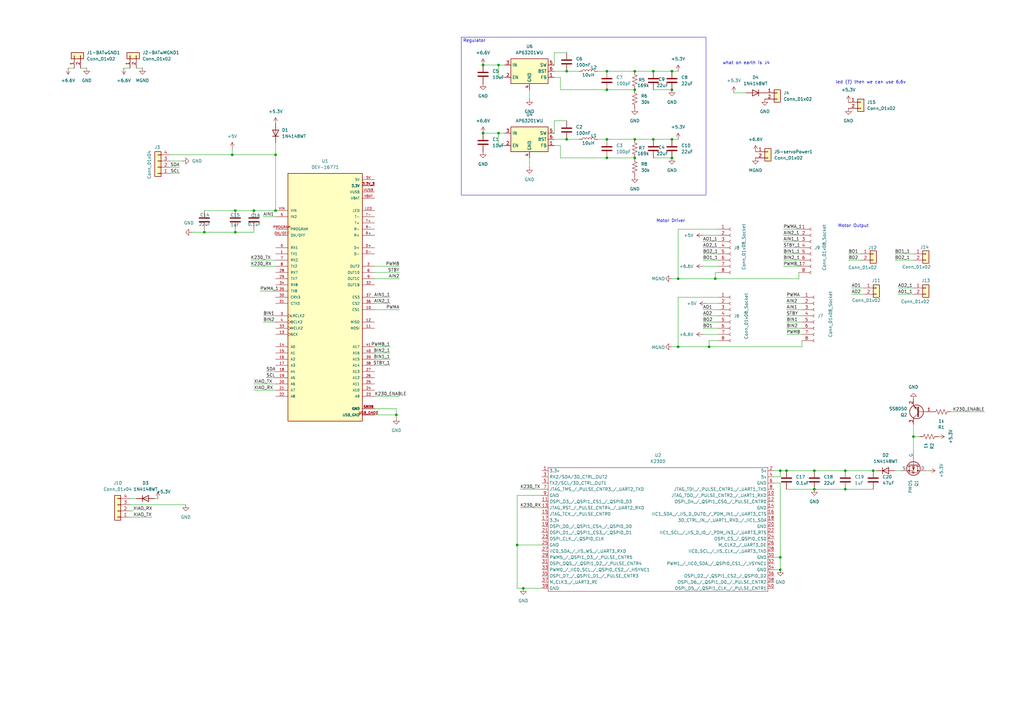
<source format=kicad_sch>
(kicad_sch (version 20250114) (generator "eeschema") (generator_version "9.0")
  (paper "A3")
  (lib_symbols
    (symbol "Connector:Conn_01x08_Socket" (pin_names (offset 1.016) (hide yes))
      (property "Reference" "J" (at 0 10.16 0))
      (property "Value" "Conn_01x08_Socket" (at 0 -12.7 0))
      (symbol "Conn_01x08_Socket_1_1"
        (pin passive line (at -5.08 7.62 0) (length 3.81) (name "Pin_1") (number "1"))
        (pin passive line (at -5.08 5.08 0) (length 3.81) (name "Pin_2") (number "2"))
        (pin passive line (at -5.08 2.54 0) (length 3.81) (name "Pin_3") (number "3"))
        (pin passive line (at -5.08 0 0) (length 3.81) (name "Pin_4") (number "4"))
        (pin passive line (at -5.08 -2.54 0) (length 3.81) (name "Pin_5") (number "5"))
        (pin passive line (at -5.08 -5.08 0) (length 3.81) (name "Pin_6") (number "6"))
        (pin passive line (at -5.08 -7.62 0) (length 3.81) (name "Pin_7") (number "7"))
        (pin passive line (at -5.08 -10.16 0) (length 3.81) (name "Pin_8") (number "8"))
      )
    )
    (symbol "Connector_Generic:Conn_01x02" (pin_names (offset 1.016) (hide yes))
      (property "Reference" "J" (at 0 2.54 0))
      (property "Value" "Conn_01x02" (at 0 -5.08 0))
      (symbol "Conn_01x02_1_1"
        (pin passive line (at -5.08 0 0) (length 3.81) (name "Pin_1") (number "1"))
        (pin passive line (at -5.08 -2.54 0) (length 3.81) (name "Pin_2") (number "2"))
      )
    )
    (symbol "Connector_Generic:Conn_01x04" (pin_names (offset 1.016) (hide yes))
      (property "Reference" "J" (at 0 5.08 0))
      (property "Value" "Conn_01x04" (at 0 -7.62 0))
      (symbol "Conn_01x04_1_1"
        (pin passive line (at -5.08 2.54 0) (length 3.81) (name "Pin_1") (number "1"))
        (pin passive line (at -5.08 0 0) (length 3.81) (name "Pin_2") (number "2"))
        (pin passive line (at -5.08 -2.54 0) (length 3.81) (name "Pin_3") (number "3"))
        (pin passive line (at -5.08 -5.08 0) (length 3.81) (name "Pin_4") (number "4"))
      )
    )
    (symbol "DEV-16771:DEV-16771" (pin_names (offset 1.016))
      (property "Reference" "U" (at -15.24 52.07 0))
      (property "Value" "DEV-16771" (at -15.24 -53.34 0))
      (symbol "DEV-16771_0_0"
        (pin input line (at -20.32 35.56 0) (length 5.08) (name "VIN") (number "VIN"))
        (pin bidirectional line (at -20.32 33.02 0) (length 5.08) (name "IN2") (number "5"))
        (pin bidirectional line (at -20.32 27.94 0) (length 5.08) (name "PROGRAM") (number "PROGRAM"))
        (pin bidirectional line (at -20.32 25.4 0) (length 5.08) (name "ON/OFF") (number "ON/OFF"))
        (pin bidirectional line (at -20.32 20.32 0) (length 5.08) (name "RX1") (number "0"))
        (pin bidirectional line (at -20.32 17.78 0) (length 5.08) (name "TX1") (number "1"))
        (pin bidirectional line (at -20.32 15.24 0) (length 5.08) (name "RX2") (number "7"))
        (pin bidirectional line (at -20.32 12.7 0) (length 5.08) (name "TX2") (number "8"))
        (pin bidirectional line (at -20.32 10.16 0) (length 5.08) (name "RX7") (number "28"))
        (pin bidirectional line (at -20.32 7.62 0) (length 5.08) (name "TX7") (number "29"))
        (pin bidirectional line (at -20.32 5.08 0) (length 5.08) (name "RX8") (number "34"))
        (pin bidirectional line (at -20.32 2.54 0) (length 5.08) (name "TX8") (number "35"))
        (pin bidirectional line (at -20.32 0 0) (length 5.08) (name "CRX3") (number "30"))
        (pin bidirectional line (at -20.32 -2.54 0) (length 5.08) (name "CTX3") (number "31"))
        (pin bidirectional clock (at -20.32 -7.62 0) (length 5.08) (name "LRCLK2") (number "3"))
        (pin bidirectional clock (at -20.32 -10.16 0) (length 5.08) (name "BCLK2") (number "4"))
        (pin bidirectional clock (at -20.32 -12.7 0) (length 5.08) (name "MCLK2") (number "33"))
        (pin bidirectional clock (at -20.32 -15.24 0) (length 5.08) (name "SCK") (number "13"))
        (pin bidirectional line (at -20.32 -20.32 0) (length 5.08) (name "A0") (number "14"))
        (pin bidirectional line (at -20.32 -22.86 0) (length 5.08) (name "A1") (number "15"))
        (pin bidirectional line (at -20.32 -25.4 0) (length 5.08) (name "A2") (number "16"))
        (pin bidirectional line (at -20.32 -27.94 0) (length 5.08) (name "A3") (number "17"))
        (pin bidirectional line (at -20.32 -30.48 0) (length 5.08) (name "A4") (number "18"))
        (pin bidirectional line (at -20.32 -33.02 0) (length 5.08) (name "A5") (number "19"))
        (pin bidirectional line (at -20.32 -35.56 0) (length 5.08) (name "A6") (number "20"))
        (pin bidirectional line (at -20.32 -38.1 0) (length 5.08) (name "A7") (number "21"))
        (pin bidirectional line (at -20.32 -40.64 0) (length 5.08) (name "A8") (number "22"))
        (pin power_in line (at 20.32 48.26 180) (length 5.08) (name "5V") (number "5V"))
        (pin power_in line (at 20.32 45.72 180) (length 5.08) (name "3.3V") (number "3.3V_1"))
        (pin power_in line (at 20.32 45.72 180) (length 5.08) (name "3.3V") (number "3.3V_2"))
        (pin power_in line (at 20.32 45.72 180) (length 5.08) (name "3.3V") (number "3.3V_3"))
        (pin passive line (at 20.32 43.18 180) (length 5.08) (name "VUSB") (number "VUSB"))
        (pin passive line (at 20.32 40.64 180) (length 5.08) (name "VBAT") (number "VBAT"))
        (pin bidirectional line (at 20.32 35.56 180) (length 5.08) (name "LED") (number "LED"))
        (pin bidirectional line (at 20.32 33.02 180) (length 5.08) (name "T-") (number "T-"))
        (pin bidirectional line (at 20.32 30.48 180) (length 5.08) (name "T+") (number "T+"))
        (pin bidirectional line (at 20.32 27.94 180) (length 5.08) (name "R-") (number "R-"))
        (pin bidirectional line (at 20.32 25.4 180) (length 5.08) (name "R+") (number "R+"))
        (pin bidirectional line (at 20.32 20.32 180) (length 5.08) (name "D+") (number "D+"))
        (pin bidirectional line (at 20.32 17.78 180) (length 5.08) (name "D-") (number "D-"))
        (pin output line (at 20.32 12.7 180) (length 5.08) (name "OUT2") (number "2"))
        (pin output line (at 20.32 10.16 180) (length 5.08) (name "OUT1D") (number "6"))
        (pin output line (at 20.32 7.62 180) (length 5.08) (name "OUT1C") (number "9"))
        (pin output line (at 20.32 5.08 180) (length 5.08) (name "OUT1B") (number "32"))
        (pin bidirectional line (at 20.32 0 180) (length 5.08) (name "CS3") (number "37"))
        (pin bidirectional line (at 20.32 -2.54 180) (length 5.08) (name "CS2") (number "36"))
        (pin bidirectional line (at 20.32 -5.08 180) (length 5.08) (name "CS1") (number "10"))
        (pin bidirectional line (at 20.32 -10.16 180) (length 5.08) (name "MISO") (number "12"))
        (pin bidirectional line (at 20.32 -12.7 180) (length 5.08) (name "MOSI") (number "11"))
        (pin bidirectional line (at 20.32 -20.32 180) (length 5.08) (name "A17") (number "41"))
        (pin bidirectional line (at 20.32 -22.86 180) (length 5.08) (name "A16") (number "40"))
        (pin bidirectional line (at 20.32 -25.4 180) (length 5.08) (name "A15") (number "39"))
        (pin bidirectional line (at 20.32 -27.94 180) (length 5.08) (name "A14") (number "38"))
        (pin bidirectional line (at 20.32 -30.48 180) (length 5.08) (name "A13") (number "27"))
        (pin bidirectional line (at 20.32 -33.02 180) (length 5.08) (name "A12") (number "26"))
        (pin bidirectional line (at 20.32 -35.56 180) (length 5.08) (name "A11") (number "25"))
        (pin bidirectional line (at 20.32 -38.1 180) (length 5.08) (name "A10") (number "24"))
        (pin bidirectional line (at 20.32 -40.64 180) (length 5.08) (name "A9") (number "23"))
        (pin power_in line (at 20.32 -45.72 180) (length 5.08) (name "GND") (number "GND1"))
        (pin power_in line (at 20.32 -45.72 180) (length 5.08) (name "GND") (number "GND2"))
        (pin power_in line (at 20.32 -45.72 180) (length 5.08) (name "GND") (number "GND3"))
        (pin power_in line (at 20.32 -45.72 180) (length 5.08) (name "GND") (number "GND4"))
        (pin power_in line (at 20.32 -45.72 180) (length 5.08) (name "GND") (number "GND5"))
        (pin power_in line (at 20.32 -48.26 180) (length 5.08) (name "USB_GND") (number "USB_GND1"))
        (pin power_in line (at 20.32 -48.26 180) (length 5.08) (name "USB_GND") (number "USB_GND2"))
      )
    )
    (symbol "Device:C" (pin_numbers (hide yes)) (pin_names (offset 0.254))
      (property "Reference" "C" (at 0.635 2.54 0))
      (property "Value" "C" (at 0.635 -2.54 0))
      (symbol "C_1_1"
        (pin passive line (at 0 3.81 270) (length 2.794) (name "~") (number "1"))
        (pin passive line (at 0 -3.81 90) (length 2.794) (name "~") (number "2"))
      )
    )
    (symbol "Device:L" (pin_numbers (hide yes)) (pin_names (offset 1.016) (hide yes))
      (property "Reference" "L" (at -1.27 0 90))
      (property "Value" "L" (at 1.905 0 90))
      (symbol "L_1_1"
        (pin passive line (at 0 3.81 270) (length 1.27) (name "1") (number "1"))
        (pin passive line (at 0 -3.81 90) (length 1.27) (name "2") (number "2"))
      )
    )
    (symbol "Device:R_US" (pin_numbers (hide yes)) (pin_names (offset 0))
      (property "Reference" "R" (at 2.54 0 90))
      (property "Value" "R_US" (at -2.54 0 90))
      (symbol "R_US_1_1"
        (pin passive line (at 0 3.81 270) (length 1.27) (name "~") (number "1"))
        (pin passive line (at 0 -3.81 90) (length 1.27) (name "~") (number "2"))
      )
    )
    (symbol "Diode:1N4148WT" (pin_numbers (hide yes)) (pin_names (hide yes))
      (property "Reference" "D" (at 0 2.54 0))
      (property "Value" "1N4148WT" (at 0 -2.54 0))
      (symbol "1N4148WT_1_1"
        (pin passive line (at -3.81 0 0) (length 2.54) (name "K") (number "1"))
        (pin passive line (at 3.81 0 180) (length 2.54) (name "A") (number "2"))
      )
    )
    (symbol "K230D:K230D-Zero"
      (property "Reference" "U" (at 0 0 0))
      (property "Value" "K230D" (at 0 0 0))
      (symbol "K230D-Zero_1_1"
        (pin power_in line (at -1.27 -2.54 0) (length 2.54) (name "3.3v") (number "1"))
        (pin input line (at -1.27 -5.08 0) (length 2.54) (name "RX2/SDA/3D_CTRL_OUT2") (number "3"))
        (pin bidirectional line (at -1.27 -7.62 0) (length 2.54) (name "TX2/SCL/3D_CTRL_OUT1") (number "5"))
        (pin output line (at -1.27 -10.16 0) (length 2.54) (name "JTAG_TMS_/_PULSE_CNTR3_/_UART2_TXD") (number "7"))
        (pin bidirectional line (at -1.27 -12.7 0) (length 2.54) (name "GND") (number "9"))
        (pin bidirectional line (at -1.27 -15.24 0) (length 2.54) (name "OSPI_D3_/_QSPI1_CS1_/_QSPI0_D3") (number "11"))
        (pin bidirectional line (at -1.27 -17.78 0) (length 2.54) (name "JTAG_RST_/_PULSE_CNTR4_/_UART2_RXD") (number "13"))
        (pin bidirectional line (at -1.27 -20.32 0) (length 2.54) (name "JTAG_TCK_/_PULSE_CNTR0") (number "15"))
        (pin bidirectional line (at -1.27 -22.86 0) (length 2.54) (name "3.3v") (number "17"))
        (pin bidirectional line (at -1.27 -25.4 0) (length 2.54) (name "OSPI_D0_/_QSPI1_CS4_/_QSPI0_D0") (number "19"))
        (pin bidirectional line (at -1.27 -27.94 0) (length 2.54) (name "OSPI_D1_/_QSPI1_CS3_/_QSPI0_D1") (number "21"))
        (pin bidirectional line (at -1.27 -30.48 0) (length 2.54) (name "OSPI_CLK_/_QSPI0_CLK") (number "23"))
        (pin bidirectional line (at -1.27 -33.02 0) (length 2.54) (name "GND") (number "25"))
        (pin bidirectional line (at -1.27 -35.56 0) (length 2.54) (name "IIC0_SDA_/_IIS_WS_/_UART3_RXD") (number "27"))
        (pin bidirectional line (at -1.27 -38.1 0) (length 2.54) (name "PWM5_/_QSPI1_D3_/_PULSE_CNTR5") (number "29"))
        (pin bidirectional line (at -1.27 -40.64 0) (length 2.54) (name "OSPI_DQS_/_QSPI1_D2_/_PULSE_CNTR4") (number "31"))
        (pin bidirectional line (at -1.27 -43.18 0) (length 2.54) (name "PWM0_/_IIC0_SCL_/_QSPI0_CS2_/_HSYNC1") (number "33"))
        (pin bidirectional line (at -1.27 -45.72 0) (length 2.54) (name "OSPI_D7_/_QSPI1_D1_/_PULSE_CNTR3") (number "35"))
        (pin bidirectional line (at -1.27 -48.26 0) (length 2.54) (name "M_CLK3_/_UART3_RE	") (number "37"))
        (pin bidirectional line (at -1.27 -50.8 0) (length 2.54) (name "GND") (number "39"))
        (pin power_in line (at 93.98 -2.54 180) (length 2.54) (name "5v") (number "2"))
        (pin bidirectional line (at 93.98 -5.08 180) (length 2.54) (name "5v") (number "4"))
        (pin bidirectional line (at 93.98 -7.62 180) (length 2.54) (name "GND") (number "6"))
        (pin bidirectional line (at 93.98 -10.16 180) (length 2.54) (name "JTAG_TDI_/_PULSE_CNTR1_/_UART1_TXD") (number "8"))
        (pin bidirectional line (at 93.98 -12.7 180) (length 2.54) (name "JTAG_TDO_/_PULSE_CNTR2_/_UART1_RXD") (number "10"))
        (pin bidirectional line (at 93.98 -15.24 180) (length 2.54) (name "OSPI_D4_/_QSPI1_CS0_/_PULSE_CNTR0") (number "12"))
        (pin bidirectional line (at 93.98 -17.78 180) (length 2.54) (name "GND") (number "14"))
        (pin bidirectional line (at 93.98 -20.32 180) (length 2.54) (name "IIC1_SDA_/_IIS_D_OUT0_/_PDM_IN1_/_UART3_CTS") (number "16"))
        (pin bidirectional line (at 93.98 -22.86 180) (length 2.54) (name "3D_CTRL_IN_/_UART1_RXD_/_IIC1_SDA") (number "18"))
        (pin bidirectional line (at 93.98 -25.4 180) (length 2.54) (name "GND") (number "20"))
        (pin bidirectional line (at 93.98 -27.94 180) (length 2.54) (name "IIC1_SCL_/_IIS_D_I0_/_PDM_IN3_/_UART3_RTS") (number "22"))
        (pin bidirectional line (at 93.98 -30.48 180) (length 2.54) (name "OSPI_CS_/_QSPI0_CS0") (number "24"))
        (pin bidirectional line (at 93.98 -33.02 180) (length 2.54) (name "M_CLK2_/_UART3_DE") (number "26"))
        (pin bidirectional line (at 93.98 -35.56 180) (length 2.54) (name "IIC0_SCL_/_IIS_CLK_/_UART3_TXD") (number "28"))
        (pin bidirectional line (at 93.98 -38.1 180) (length 2.54) (name "GND") (number "30"))
        (pin bidirectional line (at 93.98 -40.64 180) (length 2.54) (name "PWM1_/_IIC0_SDA_/_QSPI0_CS1_/_VSYNC1") (number "32"))
        (pin bidirectional line (at 93.98 -43.18 180) (length 2.54) (name "GND") (number "34"))
        (pin bidirectional line (at 93.98 -45.72 180) (length 2.54) (name "OSPI_D2_/_QSPI1_CS2_/_QSPI0_D2") (number "36"))
        (pin bidirectional line (at 93.98 -48.26 180) (length 2.54) (name "OSPI_D6_/_QSPI1_D0_/_PULSE_CNTR2") (number "38"))
        (pin bidirectional line (at 93.98 -50.8 180) (length 2.54) (name "OSPI_D5_/_QSPI1_CLK_/_PULSE_CNTR1") (number "40"))
      )
    )
    (symbol "Regulator_Switching:AP63201WU"
      (property "Reference" "U" (at -7.62 6.35 0))
      (property "Value" "AP63201WU" (at 2.54 6.35 0))
      (symbol "AP63201WU_1_1"
        (pin power_in line (at -10.16 2.54 0) (length 2.54) (name "IN") (number "3"))
        (pin input line (at -10.16 -2.54 0) (length 2.54) (name "EN") (number "2"))
        (pin power_in line (at 0 -7.62 90) (length 2.54) (name "GND") (number "4"))
        (pin output line (at 10.16 2.54 180) (length 2.54) (name "SW") (number "5"))
        (pin passive line (at 10.16 0 180) (length 2.54) (name "BST") (number "6"))
        (pin input line (at 10.16 -2.54 180) (length 2.54) (name "FB") (number "1"))
      )
    )
    (symbol "Simulation_SPICE:PMOS" (pin_numbers (hide yes)) (pin_names (offset 0))
      (property "Reference" "Q" (at 5.08 1.27 0))
      (property "Value" "PMOS" (at 5.08 -1.27 0))
      (symbol "PMOS_1_1"
        (pin input line (at -5.08 0 0) (length 2.54) (name "G") (number "2"))
        (pin passive line (at 2.54 5.08 270) (length 2.54) (name "D") (number "1"))
        (pin passive line (at 2.54 -5.08 90) (length 2.54) (name "S") (number "3"))
      )
    )
    (symbol "Transistor_BJT:SS8050" (pin_names (offset 0) (hide yes))
      (property "Reference" "Q" (at 5.08 1.905 0))
      (property "Value" "SS8050" (at 5.08 0 0))
      (symbol "SS8050_1_1"
        (pin input line (at -5.08 0 0) (length 2.54) (name "B") (number "1"))
        (pin passive line (at 2.54 5.08 270) (length 2.54) (name "C") (number "3"))
        (pin passive line (at 2.54 -5.08 90) (length 2.54) (name "E") (number "2"))
      )
    )
    (symbol "power:+1V0" (power) (pin_numbers (hide yes)) (pin_names (offset 0) (hide yes))
      (property "Value" "+1V0" (at 0 3.556 0))
      (symbol "+1V0_1_1"
        (pin power_in line (at 0 0 90) (length 0) (name "~") (number "1"))
      )
    )
    (symbol "power:GND" (power) (pin_numbers (hide yes)) (pin_names (offset 0) (hide yes))
      (property "Value" "GND" (at 0 -3.81 0))
      (symbol "GND_1_1"
        (pin power_in line (at 0 0 270) (length 0) (name "~") (number "1"))
      )
    )
  )
  (rectangle (start 189.23 15.24) (end 289.56 80.01))
  (text "Regulator" (at 194.564 16.764 0) (effects (font (size 1.27 1.27))))
  (text "led (?) then we can use 6.6v" (at 357.124 33.782 0) (effects (font (size 1.27 1.27))))
  (text "Motor Output" (at 350.012 92.71 0) (effects (font (size 1.27 1.27))))
  (text "what on earth is J4" (at 306.07 25.908 0) (effects (font (size 1.27 1.27))))
  (text "Motor Driver" (at 275.082 90.678 0) (effects (font (size 1.27 1.27))))
  (junction (at 275.59 57.15))
  (junction (at 374.65 179.07))
  (junction (at 293.37 114.3))
  (junction (at 113.03 86.36))
  (junction (at 204.47 54.61))
  (junction (at 290.83 142.24))
  (junction (at 95.25 63.5))
  (junction (at 204.47 26.67))
  (junction (at 278.13 114.3))
  (junction (at 260.35 29.21))
  (junction (at 260.35 64.77))
  (junction (at 334.01 193.04))
  (junction (at 346.71 193.04))
  (junction (at 260.35 36.83))
  (junction (at 232.41 57.15))
  (junction (at 334.01 200.66))
  (junction (at 96.52 95.25))
  (junction (at 104.14 86.36))
  (junction (at 275.59 64.77))
  (junction (at 198.12 26.67))
  (junction (at 275.59 36.83))
  (junction (at 260.35 57.15))
  (junction (at 358.14 193.04))
  (junction (at 214.63 241.3))
  (junction (at 248.92 64.77))
  (junction (at 346.71 200.66))
  (junction (at 267.97 57.15))
  (junction (at 320.04 193.04))
  (junction (at 320.04 233.68))
  (junction (at 162.56 170.18))
  (junction (at 113.03 63.5))
  (junction (at 96.52 86.36))
  (junction (at 83.82 95.25))
  (junction (at 212.09 223.52))
  (junction (at 232.41 29.21))
  (junction (at 248.92 29.21))
  (junction (at 322.58 193.04))
  (junction (at 320.04 228.6))
  (junction (at 275.59 29.21))
  (junction (at 248.92 57.15))
  (junction (at 198.12 54.61))
  (junction (at 278.13 142.24))
  (junction (at 267.97 29.21))
  (junction (at 248.92 36.83))
  (wire (pts (xy 204.47 59.69) (xy 204.47 54.61)))
  (wire (pts (xy 104.14 95.25) (xy 104.14 93.98)))
  (wire (pts (xy 153.67 170.18) (xy 162.56 170.18)))
  (wire (pts (xy 275.59 64.77) (xy 267.97 64.77)))
  (wire (pts (xy 53.34 207.01) (xy 76.2 207.01)))
  (wire (pts (xy 328.93 142.24) (xy 290.83 142.24)))
  (wire (pts (xy 294.64 109.22) (xy 288.29 109.22)))
  (wire (pts (xy 317.5 228.6) (xy 320.04 228.6)))
  (wire (pts (xy 320.04 193.04) (xy 322.58 193.04)))
  (wire (pts (xy 374.65 118.11) (xy 368.3 118.11)))
  (wire (pts (xy 322.58 132.08) (xy 328.93 132.08)))
  (wire (pts (xy 278.13 121.92) (xy 278.13 142.24)))
  (wire (pts (xy 204.47 54.61) (xy 198.12 54.61)))
  (wire (pts (xy 227.33 57.15) (xy 232.41 57.15)))
  (wire (pts (xy 227.33 21.59) (xy 232.41 21.59)))
  (wire (pts (xy 153.67 167.64) (xy 162.56 167.64)))
  (wire (pts (xy 69.85 63.5) (xy 95.25 63.5)))
  (wire (pts (xy 217.17 40.64) (xy 217.17 36.83)))
  (wire (pts (xy 106.68 119.38) (xy 113.03 119.38)))
  (wire (pts (xy 403.86 168.91) (xy 389.89 168.91)))
  (wire (pts (xy 288.29 106.68) (xy 294.64 106.68)))
  (wire (pts (xy 306.07 38.1) (xy 300.99 38.1)))
  (wire (pts (xy 374.65 120.65) (xy 368.3 120.65)))
  (wire (pts (xy 96.52 95.25) (xy 104.14 95.25)))
  (wire (pts (xy 102.87 109.22) (xy 113.03 109.22)))
  (wire (pts (xy 260.35 57.15) (xy 248.92 57.15)))
  (wire (pts (xy 237.49 57.15) (xy 232.41 57.15)))
  (wire (pts (xy 227.33 54.61) (xy 227.33 49.53)))
  (wire (pts (xy 294.64 96.52) (xy 288.29 96.52)))
  (wire (pts (xy 102.87 106.68) (xy 113.03 106.68)))
  (wire (pts (xy 207.01 59.69) (xy 204.47 59.69)))
  (wire (pts (xy 153.67 109.22) (xy 163.83 109.22)))
  (wire (pts (xy 104.14 86.36) (xy 113.03 86.36)))
  (wire (pts (xy 95.25 63.5) (xy 113.03 63.5)))
  (wire (pts (xy 153.67 111.76) (xy 163.83 111.76)))
  (wire (pts (xy 288.29 104.14) (xy 294.64 104.14)))
  (wire (pts (xy 275.59 114.3) (xy 278.13 114.3)))
  (wire (pts (xy 294.64 139.7) (xy 290.83 139.7)))
  (wire (pts (xy 321.31 104.14) (xy 327.66 104.14)))
  (wire (pts (xy 260.35 29.21) (xy 248.92 29.21)))
  (wire (pts (xy 288.29 134.62) (xy 294.64 134.62)))
  (wire (pts (xy 109.22 154.94) (xy 113.03 154.94)))
  (wire (pts (xy 374.65 179.07) (xy 377.19 179.07)))
  (wire (pts (xy 50.8 27.94) (xy 53.34 27.94)))
  (wire (pts (xy 278.13 57.15) (xy 275.59 57.15)))
  (wire (pts (xy 346.71 200.66) (xy 358.14 200.66)))
  (wire (pts (xy 353.06 106.68) (xy 347.98 106.68)))
  (wire (pts (xy 162.56 170.18) (xy 162.56 171.45)))
  (wire (pts (xy 321.31 99.06) (xy 327.66 99.06)))
  (wire (pts (xy 322.58 137.16) (xy 328.93 137.16)))
  (wire (pts (xy 160.02 144.78) (xy 153.67 144.78)))
  (wire (pts (xy 83.82 95.25) (xy 96.52 95.25)))
  (wire (pts (xy 227.33 49.53) (xy 232.41 49.53)))
  (wire (pts (xy 35.56 27.94) (xy 33.02 27.94)))
  (wire (pts (xy 58.42 27.94) (xy 55.88 27.94)))
  (wire (pts (xy 278.13 142.24) (xy 290.83 142.24)))
  (wire (pts (xy 160.02 124.46) (xy 153.67 124.46)))
  (wire (pts (xy 248.92 36.83) (xy 229.87 36.83)))
  (wire (pts (xy 160.02 147.32) (xy 153.67 147.32)))
  (wire (pts (xy 347.98 104.14) (xy 353.06 104.14)))
  (wire (pts (xy 260.35 64.77) (xy 248.92 64.77)))
  (wire (pts (xy 107.95 132.08) (xy 113.03 132.08)))
  (wire (pts (xy 322.58 200.66) (xy 334.01 200.66)))
  (wire (pts (xy 320.04 198.12) (xy 320.04 228.6)))
  (wire (pts (xy 104.14 160.02) (xy 113.03 160.02)))
  (wire (pts (xy 288.29 127) (xy 294.64 127)))
  (wire (pts (xy 69.85 71.12) (xy 73.66 71.12)))
  (wire (pts (xy 204.47 31.75) (xy 204.47 26.67)))
  (wire (pts (xy 294.64 124.46) (xy 289.56 124.46)))
  (wire (pts (xy 222.25 203.2) (xy 212.09 203.2)))
  (wire (pts (xy 275.59 142.24) (xy 278.13 142.24)))
  (wire (pts (xy 278.13 93.98) (xy 294.64 93.98)))
  (wire (pts (xy 64.77 204.47) (xy 63.5 204.47)))
  (wire (pts (xy 334.01 200.66) (xy 346.71 200.66)))
  (wire (pts (xy 317.5 198.12) (xy 320.04 198.12)))
  (wire (pts (xy 96.52 95.25) (xy 96.52 93.98)))
  (wire (pts (xy 55.88 204.47) (xy 53.34 204.47)))
  (wire (pts (xy 83.82 86.36) (xy 96.52 86.36)))
  (wire (pts (xy 229.87 36.83) (xy 229.87 31.75)))
  (wire (pts (xy 278.13 29.21) (xy 275.59 29.21)))
  (wire (pts (xy 160.02 149.86) (xy 153.67 149.86)))
  (wire (pts (xy 69.85 66.04) (xy 74.93 66.04)))
  (wire (pts (xy 328.93 139.7) (xy 328.93 142.24)))
  (wire (pts (xy 374.65 106.68) (xy 367.03 106.68)))
  (wire (pts (xy 213.36 200.66) (xy 222.25 200.66)))
  (wire (pts (xy 107.95 88.9) (xy 113.03 88.9)))
  (wire (pts (xy 334.01 193.04) (xy 346.71 193.04)))
  (wire (pts (xy 153.67 162.56) (xy 163.83 162.56)))
  (wire (pts (xy 321.31 106.68) (xy 327.66 106.68)))
  (wire (pts (xy 267.97 57.15) (xy 260.35 57.15)))
  (wire (pts (xy 320.04 233.68) (xy 317.5 233.68)))
  (wire (pts (xy 321.31 101.6) (xy 327.66 101.6)))
  (wire (pts (xy 322.58 129.54) (xy 328.93 129.54)))
  (wire (pts (xy 162.56 167.64) (xy 162.56 170.18)))
  (wire (pts (xy 237.49 29.21) (xy 232.41 29.21)))
  (wire (pts (xy 107.95 129.54) (xy 113.03 129.54)))
  (wire (pts (xy 245.11 29.21) (xy 248.92 29.21)))
  (wire (pts (xy 374.65 179.07) (xy 374.65 185.42)))
  (wire (pts (xy 153.67 127) (xy 163.83 127)))
  (wire (pts (xy 367.03 193.04) (xy 369.57 193.04)))
  (wire (pts (xy 288.29 101.6) (xy 294.64 101.6)))
  (wire (pts (xy 153.67 114.3) (xy 163.83 114.3)))
  (wire (pts (xy 322.58 193.04) (xy 334.01 193.04)))
  (wire (pts (xy 213.36 208.28) (xy 222.25 208.28)))
  (wire (pts (xy 217.17 68.58) (xy 217.17 64.77)))
  (wire (pts (xy 294.64 137.16) (xy 288.29 137.16)))
  (wire (pts (xy 245.11 57.15) (xy 248.92 57.15)))
  (wire (pts (xy 160.02 121.92) (xy 153.67 121.92)))
  (wire (pts (xy 160.02 142.24) (xy 153.67 142.24)))
  (wire (pts (xy 293.37 111.76) (xy 293.37 114.3)))
  (wire (pts (xy 227.33 29.21) (xy 232.41 29.21)))
  (wire (pts (xy 222.25 223.52) (xy 212.09 223.52)))
  (wire (pts (xy 227.33 26.67) (xy 227.33 21.59)))
  (wire (pts (xy 229.87 64.77) (xy 229.87 59.69)))
  (wire (pts (xy 374.65 173.99) (xy 374.65 179.07)))
  (wire (pts (xy 62.23 212.09) (xy 53.34 212.09)))
  (wire (pts (xy 53.34 209.55) (xy 54.61 209.55)))
  (wire (pts (xy 293.37 114.3) (xy 327.66 114.3)))
  (wire (pts (xy 346.71 193.04) (xy 358.14 193.04)))
  (wire (pts (xy 321.31 109.22) (xy 327.66 109.22)))
  (wire (pts (xy 278.13 114.3) (xy 293.37 114.3)))
  (wire (pts (xy 354.33 118.11) (xy 349.25 118.11)))
  (wire (pts (xy 327.66 111.76) (xy 327.66 114.3)))
  (wire (pts (xy 322.58 134.62) (xy 328.93 134.62)))
  (wire (pts (xy 83.82 95.25) (xy 83.82 93.98)))
  (wire (pts (xy 290.83 142.24) (xy 290.83 139.7)))
  (wire (pts (xy 267.97 29.21) (xy 260.35 29.21)))
  (wire (pts (xy 275.59 36.83) (xy 267.97 36.83)))
  (wire (pts (xy 321.31 96.52) (xy 327.66 96.52)))
  (wire (pts (xy 317.5 195.58) (xy 320.04 195.58)))
  (wire (pts (xy 229.87 31.75) (xy 227.33 31.75)))
  (wire (pts (xy 95.25 60.96) (xy 95.25 63.5)))
  (wire (pts (xy 379.73 193.04) (xy 381 193.04)))
  (wire (pts (xy 212.09 223.52) (xy 212.09 241.3)))
  (wire (pts (xy 293.37 111.76) (xy 294.64 111.76)))
  (wire (pts (xy 248.92 64.77) (xy 229.87 64.77)))
  (wire (pts (xy 288.29 99.06) (xy 294.64 99.06)))
  (wire (pts (xy 278.13 121.92) (xy 294.64 121.92)))
  (wire (pts (xy 322.58 124.46) (xy 328.93 124.46)))
  (wire (pts (xy 27.94 27.94) (xy 30.48 27.94)))
  (wire (pts (xy 320.04 195.58) (xy 320.04 193.04)))
  (wire (pts (xy 229.87 59.69) (xy 227.33 59.69)))
  (wire (pts (xy 354.33 120.65) (xy 349.25 120.65)))
  (wire (pts (xy 207.01 26.67) (xy 204.47 26.67)))
  (wire (pts (xy 113.03 58.42) (xy 113.03 63.5)))
  (wire (pts (xy 322.58 121.92) (xy 328.93 121.92)))
  (wire (pts (xy 322.58 127) (xy 328.93 127)))
  (wire (pts (xy 78.74 95.25) (xy 83.82 95.25)))
  (wire (pts (xy 207.01 54.61) (xy 204.47 54.61)))
  (wire (pts (xy 267.97 29.21) (xy 275.59 29.21)))
  (wire (pts (xy 288.29 129.54) (xy 294.64 129.54)))
  (wire (pts (xy 204.47 26.67) (xy 198.12 26.67)))
  (wire (pts (xy 207.01 31.75) (xy 204.47 31.75)))
  (wire (pts (xy 358.14 193.04) (xy 359.41 193.04)))
  (wire (pts (xy 214.63 241.3) (xy 222.25 241.3)))
  (wire (pts (xy 278.13 93.98) (xy 278.13 114.3)))
  (wire (pts (xy 96.52 86.36) (xy 104.14 86.36)))
  (wire (pts (xy 317.5 193.04) (xy 320.04 193.04)))
  (wire (pts (xy 212.09 241.3) (xy 214.63 241.3)))
  (wire (pts (xy 69.85 68.58) (xy 73.66 68.58)))
  (wire (pts (xy 288.29 132.08) (xy 294.64 132.08)))
  (wire (pts (xy 260.35 36.83) (xy 248.92 36.83)))
  (wire (pts (xy 104.14 157.48) (xy 113.03 157.48)))
  (wire (pts (xy 320.04 228.6) (xy 320.04 233.68)))
  (wire (pts (xy 267.97 57.15) (xy 275.59 57.15)))
  (wire (pts (xy 113.03 63.5) (xy 113.03 86.36)))
  (wire (pts (xy 321.31 93.98) (xy 327.66 93.98)))
  (wire (pts (xy 367.03 104.14) (xy 374.65 104.14)))
  (wire (pts (xy 109.22 152.4) (xy 113.03 152.4)))
  (wire (pts (xy 212.09 203.2) (xy 212.09 223.52)))
  (label "XIAO_TX" (at 62.23 212.09 180))
  (label "PWMA_1" (at 321.31 93.98 0))
  (label "K230_ENABLE" (at 153.67 162.56 0))
  (label "BO2_1" (at 288.29 104.14 0))
  (label "SCL" (at 109.22 154.94 0))
  (label "BO2" (at 288.29 132.08 0))
  (label "PWMA" (at 163.83 127 180))
  (label "AIN1_1" (at 321.31 99.06 0))
  (label "K230_RX" (at 102.87 109.22 0))
  (label "PWMA_1" (at 106.68 119.38 0))
  (label "PWMA" (at 322.58 121.92 0))
  (label "AIN2_1" (at 321.31 96.52 0))
  (label "K230_TX" (at 102.87 106.68 0))
  (label "BO1_1" (at 288.29 106.68 0))
  (label "BO2_1" (at 367.03 106.68 0))
  (label "BO1" (at 347.98 104.14 0))
  (label "BIN2_1" (at 321.31 106.68 0))
  (label "XIAO_RX" (at 54.61 209.55 0))
  (label "AIN2" (at 322.58 124.46 0))
  (label "AO2" (at 349.25 120.65 0))
  (label "AO1_1" (at 288.29 99.06 0))
  (label "AO2_1" (at 288.29 101.6 0))
  (label "AIN1" (at 322.58 127 0))
  (label "SDA" (at 109.22 152.4 0))
  (label "STBY" (at 322.58 129.54 0))
  (label "SDA" (at 73.66 68.58 180))
  (label "XIAO_RX" (at 104.14 160.02 0))
  (label "AIN2" (at 163.83 114.3 180))
  (label "AO2_1" (at 368.3 118.11 0))
  (label "BO2" (at 347.98 106.68 0))
  (label "K230_TX" (at 213.36 200.66 0))
  (label "XIAO_TX" (at 104.14 157.48 0))
  (label "SCL" (at 73.66 71.12 180))
  (label "PWMB_1" (at 160.02 142.24 180))
  (label "BIN2_1" (at 160.02 144.78 180))
  (label "BIN1" (at 107.95 129.54 0))
  (label "BO1" (at 288.29 134.62 0))
  (label "AO1" (at 349.25 118.11 0))
  (label "AO2" (at 288.29 129.54 0))
  (label "BO1_1" (at 367.03 104.14 0))
  (label "BIN1" (at 322.58 132.08 0))
  (label "BIN2" (at 107.95 132.08 0))
  (label "K230_ENABLE" (at 403.86 168.91 180))
  (label "BIN2" (at 322.58 134.62 0))
  (label "AIN1" (at 107.95 88.9 0))
  (label "PWMB" (at 322.58 137.16 0))
  (label "BIN1_1" (at 160.02 147.32 180))
  (label "STBY_1" (at 321.31 101.6 0))
  (label "AIN1_1" (at 160.02 121.92 180))
  (label "PWMB" (at 163.83 109.22 180))
  (label "BIN1_1" (at 321.31 104.14 0))
  (label "AO1" (at 288.29 127 0))
  (label "PWMB_1" (at 321.31 109.22 0))
  (label "STBY_1" (at 160.02 149.86 180))
  (label "AO1_1" (at 368.3 120.65 0))
  (label "STBY" (at 163.83 111.76 180))
  (label "AIN2_1" (at 160.02 124.46 180))
  (label "K230_RX" (at 213.36 208.28 0))
  (symbol (lib_id "Device:C") (at 232.41 25.4 0) (unit 1)
    (property "Reference" "C6" (at 236.22 24.1299 0) (effects (justify left)))
    (property "Value" "100nF" (at 236.22 26.6699 0) (effects (justify left)))
    (property "Footprint" "Capacitor_SMD:C_0603_1608Metric" (effects (hide yes)))
    (property "Description" "Unpolarized capacitor" (effects (hide yes)))
  )
  (symbol (lib_id "Device:L") (at 241.3 29.21 90) (unit 1)
    (property "Reference" "L2" (at 243.586 27.686 90))
    (property "Value" "10uH" (at 241.3 30.734 90))
    (property "Footprint" "Inductor_SMD:L_0603_1608Metric" (effects (hide yes)))
    (property "Description" "Inductor" (effects (hide yes)))
  )
  (symbol (lib_id "power:GND") (at 217.17 40.64 0) (unit 1)
    (property "Reference" "#PWR010" (effects (hide yes)))
    (property "Value" "GND" (at 217.17 45.72 0))
    (property "Description" "Power symbol creates a global label with name \"GND\" , ground" (effects (hide yes)))
  )
  (symbol (lib_id "power:GND") (at 374.65 163.83 180) (unit 1)
    (property "Reference" "#PWR041" (effects (hide yes)))
    (property "Value" "GND" (at 374.65 158.75 0))
    (property "Description" "Power symbol creates a global label with name \"GND\" , ground" (effects (hide yes)))
  )
  (symbol (lib_id "power:+1V0") (at 198.12 26.67 0) (unit 1)
    (property "Reference" "#PWR028" (effects (hide yes)))
    (property "Value" "+6.6V" (at 198.12 21.59 0))
    (property "Description" "Power symbol creates a global label with name \"+1V0\"" (effects (hide yes)))
  )
  (symbol (lib_id "Connector:Conn_01x08_Socket") (at 332.74 101.6 0) (unit 1)
    (property "Reference" "J9" (at 334.01 101.5999 0) (effects (justify left)))
    (property "Value" "Conn_01x08_Socket" (at 338.074 110.998 90) (effects (justify left)))
    (property "Footprint" "Connector_PinHeader_2.54mm:PinHeader_1x08_P2.54mm_Vertical" (effects (hide yes)))
    (property "Description" "Generic connector, single row, 01x08, script generated" (effects (hide yes)))
  )
  (symbol (lib_id "Device:C") (at 83.82 90.17 0) (unit 1)
    (property "Reference" "C14" (at 82.042 88.138 0) (effects (justify left)))
    (property "Value" "22uF" (at 81.534 91.948 0) (effects (justify left)))
    (property "Footprint" "Capacitor_SMD:C_0603_1608Metric" (effects (hide yes)))
    (property "Description" "Unpolarized capacitor" (effects (hide yes)))
  )
  (symbol (lib_id "Connector:Conn_01x08_Socket") (at 334.01 129.54 0) (unit 1)
    (property "Reference" "J7" (at 335.28 129.5399 0) (effects (justify left)))
    (property "Value" "Conn_01x08_Socket" (at 340.614 138.43 90) (effects (justify left)))
    (property "Footprint" "Connector_PinHeader_2.54mm:PinHeader_1x08_P2.54mm_Vertical" (effects (hide yes)))
    (property "Description" "Generic connector, single row, 01x08, script generated" (effects (hide yes)))
  )
  (symbol (lib_id "power:+1V0") (at 289.56 124.46 90) (unit 1)
    (property "Reference" "#PWR032" (effects (hide yes)))
    (property "Value" "+5V" (at 285.75 124.4599 90) (effects (justify left)))
    (property "Description" "Power symbol creates a global label with name \"+1V0\"" (effects (hide yes)))
  )
  (symbol (lib_id "Device:C") (at 198.12 58.42 0) (unit 1)
    (property "Reference" "C1" (at 201.93 57.1499 0) (effects (justify left)))
    (property "Value" "10uF" (at 201.93 59.6899 0) (effects (justify left)))
    (property "Footprint" "Capacitor_SMD:C_0603_1608Metric" (effects (hide yes)))
    (property "Description" "Unpolarized capacitor" (effects (hide yes)))
  )
  (symbol (lib_id "power:+1V0") (at 381 193.04 270) (unit 1)
    (property "Reference" "#PWR013" (effects (hide yes)))
    (property "Value" "+5.3V" (at 386.08 193.04 0))
    (property "Description" "Power symbol creates a global label with name \"+1V0\"" (effects (hide yes)))
  )
  (symbol (lib_id "Device:C") (at 322.58 196.85 0) (unit 1)
    (property "Reference" "C17" (at 326.39 195.5799 0) (effects (justify left)))
    (property "Value" "0.1uF" (at 326.39 198.1199 0) (effects (justify left)))
    (property "Footprint" "Capacitor_SMD:C_0603_1608Metric" (effects (hide yes)))
    (property "Description" "Unpolarized capacitor" (effects (hide yes)))
  )
  (symbol (lib_id "power:+1V0") (at 27.94 27.94 180) (unit 1)
    (property "Reference" "#PWR01" (effects (hide yes)))
    (property "Value" "+6.6V" (at 27.94 33.02 0))
    (property "Description" "Power symbol creates a global label with name \"+1V0\"" (effects (hide yes)))
  )
  (symbol (lib_id "K230D:K230D-Zero") (at 223.52 190.5 0) (unit 1)
    (property "Reference" "U2" (at 269.875 186.69 0))
    (property "Value" "K230D" (at 269.875 189.23 0))
    (property "Footprint" "Connector_PinSocket_2.54mm:PinSocket_2x20_P2.54mm_Vertical_SMD" (effects (hide yes)))
    (property "Datasheet" "https://docs.banana-pi.org/en/BPI-CanMV-K230D/BananaPi_BPI-CanMV-K230D-Zero" (effects (hide yes)))
  )
  (symbol (lib_id "power:+1V0") (at 288.29 137.16 90) (unit 1)
    (property "Reference" "#PWR023" (effects (hide yes)))
    (property "Value" "+6.6V" (at 284.48 137.1599 90) (effects (justify left)))
    (property "Description" "Power symbol creates a global label with name \"+1V0\"" (effects (hide yes)))
  )
  (symbol (lib_id "Connector_Generic:Conn_01x02") (at 358.14 104.14 0) (unit 1)
    (property "Reference" "J12" (at 359.664 101.6 0) (effects (justify right)))
    (property "Value" "Conn_01x02" (at 359.664 109.728 0) (effects (justify right)))
    (property "Footprint" "Connector_TE-Connectivity:TE_440054-2_1x02_P2.00mm_Vertical" (effects (hide yes)))
    (property "Description" "Generic connector, single row, 01x02, script generated (kicad-library-utils/schlib/autogen/connector/)" (effects (hide yes)))
  )
  (symbol (lib_id "Device:R_US") (at 260.35 33.02 0) (unit 1)
    (property "Reference" "R5" (at 261.874 32.766 0) (effects (justify left)))
    (property "Value" "169k" (at 261.366 35.052 0) (effects (justify left)))
    (property "Footprint" "Resistor_SMD:R_0603_1608Metric" (effects (hide yes)))
    (property "Description" "Resistor, US symbol" (effects (hide yes)))
  )
  (symbol (lib_id "Connector:Conn_01x08_Socket") (at 299.72 101.6 0) (unit 1)
    (property "Reference" "J8" (at 300.99 101.5999 0) (effects (justify left)))
    (property "Value" "Conn_01x08_Socket" (at 305.054 110.744 90) (effects (justify left)))
    (property "Footprint" "Connector_PinHeader_2.54mm:PinHeader_1x08_P2.54mm_Vertical" (effects (hide yes)))
    (property "Description" "Generic connector, single row, 01x08, script generated" (effects (hide yes)))
  )
  (symbol (lib_id "Connector_Generic:Conn_01x04") (at 48.26 209.55 180) (unit 1)
    (property "Reference" "J10" (at 48.26 198.12 0))
    (property "Value" "Conn_01x04" (at 48.26 200.66 0))
    (property "Footprint" "Connector_JST:JST_XH_B4B-XH-A_1x04_P2.50mm_Vertical" (effects (hide yes)))
    (property "Description" "Generic connector, single row, 01x04, script generated (kicad-library-utils/schlib/autogen/connector/)" (effects (hide yes)))
  )
  (symbol (lib_id "power:+1V0") (at 278.13 57.15 0) (unit 1)
    (property "Reference" "#PWR031" (effects (hide yes)))
    (property "Value" "+5.3V" (at 278.13 52.07 0))
    (property "Description" "Power symbol creates a global label with name \"+1V0\"" (effects (hide yes)))
  )
  (symbol (lib_id "power:+1V0") (at 113.03 50.8 0) (unit 1)
    (property "Reference" "#PWR012" (effects (hide yes)))
    (property "Value" "+5.3V" (at 113.03 45.72 0))
    (property "Description" "Power symbol creates a global label with name \"+1V0\"" (effects (hide yes)))
  )
  (symbol (lib_id "Connector_Generic:Conn_01x02") (at 30.48 22.86 90) (unit 1)
    (property "Reference" "J1-BATwGND1" (at 35.56 21.5899 90) (effects (justify right)))
    (property "Value" "Conn_01x02" (at 35.56 24.1299 90) (effects (justify right)))
    (property "Footprint" "Connector_TE-Connectivity:TE_440054-2_1x02_P2.00mm_Vertical" (effects (hide yes)))
    (property "Description" "Generic connector, single row, 01x02, script generated (kicad-library-utils/schlib/autogen/connector/)" (effects (hide yes)))
  )
  (symbol (lib_id "Connector_Generic:Conn_01x02") (at 53.34 22.86 90) (unit 1)
    (property "Reference" "J2-BATwMGND1" (at 58.42 21.5899 90) (effects (justify right)))
    (property "Value" "Conn_01x02" (at 58.42 24.1299 90) (effects (justify right)))
    (property "Footprint" "Connector_TE-Connectivity:TE_440054-2_1x02_P2.00mm_Vertical" (effects (hide yes)))
    (property "Description" "Generic connector, single row, 01x02, script generated (kicad-library-utils/schlib/autogen/connector/)" (effects (hide yes)))
  )
  (symbol (lib_id "Connector_Generic:Conn_01x02") (at 379.73 104.14 0) (unit 1)
    (property "Reference" "J14" (at 381 101.346 0) (effects (justify right)))
    (property "Value" "Conn_01x02" (at 381.762 109.474 0) (effects (justify right)))
    (property "Footprint" "Connector_TE-Connectivity:TE_440054-2_1x02_P2.00mm_Vertical" (effects (hide yes)))
    (property "Description" "Generic connector, single row, 01x02, script generated (kicad-library-utils/schlib/autogen/connector/)" (effects (hide yes)))
  )
  (symbol (lib_id "power:GND") (at 162.56 171.45 0) (unit 1)
    (property "Reference" "#PWR017" (effects (hide yes)))
    (property "Value" "GND" (at 162.56 176.53 0))
    (property "Description" "Power symbol creates a global label with name \"GND\" , ground" (effects (hide yes)))
  )
  (symbol (lib_id "power:GND") (at 309.88 64.77 0) (unit 1)
    (property "Reference" "#PWR037" (effects (hide yes)))
    (property "Value" "MGND" (at 309.88 69.85 0))
    (property "Description" "Power symbol creates a global label with name \"GND\" , ground" (effects (hide yes)))
  )
  (symbol (lib_id "power:+1V0") (at 309.88 62.23 0) (unit 1)
    (property "Reference" "#PWR036" (effects (hide yes)))
    (property "Value" "+6.6V" (at 309.88 57.15 0))
    (property "Description" "Power symbol creates a global label with name \"+1V0\"" (effects (hide yes)))
  )
  (symbol (lib_id "Device:C") (at 198.12 30.48 0) (unit 1)
    (property "Reference" "C5" (at 201.93 29.2099 0) (effects (justify left)))
    (property "Value" "10uF" (at 201.93 31.7499 0) (effects (justify left)))
    (property "Footprint" "Capacitor_SMD:C_0603_1608Metric" (effects (hide yes)))
    (property "Description" "Unpolarized capacitor" (effects (hide yes)))
  )
  (symbol (lib_id "power:+1V0") (at 300.99 38.1 0) (unit 1)
    (property "Reference" "#PWR034" (effects (hide yes)))
    (property "Value" "+5.3V" (at 300.99 33.02 0))
    (property "Description" "Power symbol creates a global label with name \"+1V0\"" (effects (hide yes)))
  )
  (symbol (lib_id "Connector_Generic:Conn_01x04") (at 64.77 68.58 180) (unit 1)
    (property "Reference" "J3" (at 64.516 60.452 0))
    (property "Value" "Conn_01x04" (at 61.214 67.564 90))
    (property "Footprint" "Connector_JST:JST_XH_B4B-XH-A_1x04_P2.50mm_Vertical" (effects (hide yes)))
    (property "Description" "Generic connector, single row, 01x04, script generated (kicad-library-utils/schlib/autogen/connector/)" (effects (hide yes)))
  )
  (symbol (lib_id "Diode:1N4148WT") (at 59.69 204.47 0) (unit 1)
    (property "Reference" "D3" (at 59.69 198.12 0))
    (property "Value" "1N4148WT" (at 59.69 200.66 0))
    (property "Footprint" "Diode_SMD:D_SOD-523" (effects (hide yes)))
    (property "Datasheet" "https://www.diodes.com/assets/Datasheets/ds30396.pdf" (effects (hide yes)))
    (property "Description" "75V 0.15A Fast switching Diode, SOD-523" (effects (hide yes)))
    (property "Sim.Device" "D" (effects (hide yes)))
    (property "Sim.Pins" "1=K 2=A" (effects (hide yes)))
  )
  (symbol (lib_id "Connector_Generic:Conn_01x02") (at 359.41 118.11 0) (unit 1)
    (property "Reference" "J11" (at 361.188 115.062 0) (effects (justify right)))
    (property "Value" "Conn_01x02" (at 361.188 123.19 0) (effects (justify right)))
    (property "Footprint" "Connector_TE-Connectivity:TE_440054-2_1x02_P2.00mm_Vertical" (effects (hide yes)))
    (property "Description" "Generic connector, single row, 01x02, script generated (kicad-library-utils/schlib/autogen/connector/)" (effects (hide yes)))
  )
  (symbol (lib_id "Device:R_US") (at 260.35 60.96 0) (unit 1)
    (property "Reference" "R7" (at 261.874 60.706 0) (effects (justify left)))
    (property "Value" "169k" (at 261.366 62.992 0) (effects (justify left)))
    (property "Footprint" "Resistor_SMD:R_0603_1608Metric" (effects (hide yes)))
    (property "Description" "Resistor, US symbol" (effects (hide yes)))
  )
  (symbol (lib_id "Device:R_US") (at 260.35 68.58 0) (unit 1)
    (property "Reference" "R8" (at 262.89 67.3099 0) (effects (justify left)))
    (property "Value" "30k" (at 262.89 69.8499 0) (effects (justify left)))
    (property "Footprint" "Resistor_SMD:R_0603_1608Metric" (effects (hide yes)))
    (property "Description" "Resistor, US symbol" (effects (hide yes)))
  )
  (symbol (lib_id "power:GND") (at 275.59 36.83 0) (unit 1)
    (property "Reference" "#PWR027" (effects (hide yes)))
    (property "Value" "GND" (at 275.59 41.91 0))
    (property "Description" "Power symbol creates a global label with name \"GND\" , ground" (effects (hide yes)))
  )
  (symbol (lib_id "Connector_Generic:Conn_01x02") (at 353.06 41.91 0) (unit 1)
    (property "Reference" "J15" (at 355.6 41.9099 0) (effects (justify left)))
    (property "Value" "Conn_01x02" (at 355.6 44.4499 0) (effects (justify left)))
    (property "Footprint" "Connector_TE-Connectivity:TE_440054-2_1x02_P2.00mm_Vertical" (effects (hide yes)))
    (property "Description" "Generic connector, single row, 01x02, script generated (kicad-library-utils/schlib/autogen/connector/)" (effects (hide yes)))
  )
  (symbol (lib_id "Device:C") (at 232.41 53.34 0) (unit 1)
    (property "Reference" "C2" (at 236.22 52.0699 0) (effects (justify left)))
    (property "Value" "100nF" (at 236.22 54.6099 0) (effects (justify left)))
    (property "Footprint" "Capacitor_SMD:C_0603_1608Metric" (effects (hide yes)))
    (property "Description" "Unpolarized capacitor" (effects (hide yes)))
  )
  (symbol (lib_id "Connector_Generic:Conn_01x02") (at 318.77 38.1 0) (unit 1)
    (property "Reference" "J4" (at 321.31 38.0999 0) (effects (justify left)))
    (property "Value" "Conn_01x02" (at 321.31 40.6399 0) (effects (justify left)))
    (property "Footprint" "Connector_TE-Connectivity:TE_440054-2_1x02_P2.00mm_Vertical" (effects (hide yes)))
    (property "Description" "Generic connector, single row, 01x02, script generated (kicad-library-utils/schlib/autogen/connector/)" (effects (hide yes)))
  )
  (symbol (lib_id "power:GND") (at 198.12 34.29 0) (unit 1)
    (property "Reference" "#PWR09" (effects (hide yes)))
    (property "Value" "GND" (at 198.12 39.37 0))
    (property "Description" "Power symbol creates a global label with name \"GND\" , ground" (effects (hide yes)))
  )
  (symbol (lib_id "Transistor_BJT:SS8050") (at 377.19 168.91 180) (unit 1)
    (property "Reference" "Q2" (at 372.11 170.1801 0) (effects (justify left)))
    (property "Value" "SS8050" (at 372.11 167.6401 0) (effects (justify left)))
    (property "Footprint" "Package_TO_SOT_SMD:SOT-23" (effects (hide yes)))
    (property "Datasheet" "http://www.secosgmbh.com/datasheet/products/SSMPTransistor/SOT-23/SS8050.pdf" (effects (hide yes)))
    (property "Description" "General Purpose NPN Transistor, 1.5A Ic, 25V Vce, SOT-23" (effects (hide yes)))
  )
  (symbol (lib_id "Connector_Generic:Conn_01x02") (at 379.73 118.11 0) (unit 1)
    (property "Reference" "J13" (at 381.508 115.062 0) (effects (justify right)))
    (property "Value" "Conn_01x02" (at 381.254 123.698 0) (effects (justify right)))
    (property "Footprint" "Connector_TE-Connectivity:TE_440054-2_1x02_P2.00mm_Vertical" (effects (hide yes)))
    (property "Description" "Generic connector, single row, 01x02, script generated (kicad-library-utils/schlib/autogen/connector/)" (effects (hide yes)))
  )
  (symbol (lib_id "power:GND") (at 76.2 207.01 0) (unit 1)
    (property "Reference" "#PWR025" (effects (hide yes)))
    (property "Value" "GND" (at 76.2 212.09 0))
    (property "Description" "Power symbol creates a global label with name \"GND\" , ground" (effects (hide yes)))
  )
  (symbol (lib_id "Device:C") (at 248.92 33.02 0) (unit 1)
    (property "Reference" "C7" (at 252.73 31.7499 0) (effects (justify left)))
    (property "Value" "100pF" (at 252.73 34.2899 0) (effects (justify left)))
    (property "Footprint" "Capacitor_SMD:C_0603_1608Metric" (effects (hide yes)))
    (property "Description" "Unpolarized capacitor" (effects (hide yes)))
  )
  (symbol (lib_id "power:+1V0") (at 288.29 109.22 90) (unit 1)
    (property "Reference" "#PWR022" (effects (hide yes)))
    (property "Value" "+6.6V" (at 284.48 109.2199 90) (effects (justify left)))
    (property "Description" "Power symbol creates a global label with name \"+1V0\"" (effects (hide yes)))
  )
  (symbol (lib_id "power:+1V0") (at 64.77 204.47 0) (unit 1)
    (property "Reference" "#PWR014" (effects (hide yes)))
    (property "Value" "+5.3V" (at 67.056 201.676 0))
    (property "Description" "Power symbol creates a global label with name \"+1V0\"" (effects (hide yes)))
  )
  (symbol (lib_id "Device:C") (at 267.97 60.96 0) (unit 1)
    (property "Reference" "C4" (at 270.002 60.452 0) (effects (justify left)))
    (property "Value" "22uF" (at 269.24 62.992 0) (effects (justify left)))
    (property "Footprint" "Capacitor_SMD:C_0603_1608Metric" (effects (hide yes)))
    (property "Description" "Unpolarized capacitor" (effects (hide yes)))
  )
  (symbol (lib_id "power:GND") (at 275.59 114.3 270) (unit 1)
    (property "Reference" "#PWR05" (effects (hide yes)))
    (property "Value" "MGND" (at 270.002 114.3 90))
    (property "Description" "Power symbol creates a global label with name \"GND\" , ground" (effects (hide yes)))
  )
  (symbol (lib_id "power:+1V0") (at 384.81 179.07 270) (unit 1)
    (property "Reference" "#PWR040" (effects (hide yes)))
    (property "Value" "+5.3V" (at 389.89 179.07 0))
    (property "Description" "Power symbol creates a global label with name \"+1V0\"" (effects (hide yes)))
  )
  (symbol (lib_id "Device:C") (at 358.14 196.85 0) (unit 1)
    (property "Reference" "C20" (at 361.95 195.5799 0) (effects (justify left)))
    (property "Value" "47uF" (at 361.95 198.1199 0) (effects (justify left)))
    (property "Footprint" "Capacitor_SMD:C_0603_1608Metric" (effects (hide yes)))
    (property "Description" "Unpolarized capacitor" (effects (hide yes)))
  )
  (symbol (lib_id "Connector_Generic:Conn_01x02") (at 314.96 62.23 0) (unit 1)
    (property "Reference" "J5-servoPower1" (at 317.5 62.2299 0) (effects (justify left)))
    (property "Value" "Conn_01x02" (at 317.5 64.7699 0) (effects (justify left)))
    (property "Footprint" "Connector_TE-Connectivity:TE_440054-2_1x02_P2.00mm_Vertical" (effects (hide yes)))
    (property "Description" "Generic connector, single row, 01x02, script generated (kicad-library-utils/schlib/autogen/connector/)" (effects (hide yes)))
  )
  (symbol (lib_id "Device:R_US") (at 386.08 168.91 270) (unit 1)
    (property "Reference" "R1" (at 386.08 175.26 90))
    (property "Value" "1k" (at 386.08 172.72 90))
    (property "Footprint" "Resistor_SMD:R_0603_1608Metric" (effects (hide yes)))
    (property "Description" "Resistor, US symbol" (effects (hide yes)))
  )
  (symbol (lib_id "power:+1V0") (at 288.29 96.52 90) (unit 1)
    (property "Reference" "#PWR016" (effects (hide yes)))
    (property "Value" "+5V" (at 284.48 96.5199 90) (effects (justify left)))
    (property "Description" "Power symbol creates a global label with name \"+1V0\"" (effects (hide yes)))
  )
  (symbol (lib_id "power:+1V0") (at 198.12 54.61 0) (unit 1)
    (property "Reference" "#PWR06" (effects (hide yes)))
    (property "Value" "+6.6V" (at 198.12 49.53 0))
    (property "Description" "Power symbol creates a global label with name \"+1V0\"" (effects (hide yes)))
  )
  (symbol (lib_id "Regulator_Switching:AP63201WU") (at 217.17 57.15 0) (unit 1)
    (property "Reference" "U4" (at 217.17 46.99 0))
    (property "Value" "AP63201WU" (at 217.17 49.53 0))
    (property "Footprint" "Package_TO_SOT_SMD:TSOT-23-6" (effects (hide yes)))
    (property "Datasheet" "https://www.diodes.com/assets/Datasheets/AP63200-AP63201-AP63203-AP63205.pdf" (effects (hide yes)))
    (property "Description" "2A, 500kHz Buck DC/DC Converter, adjustable output voltage, TSOT-23-6" (effects (hide yes)))
  )
  (symbol (lib_id "Diode:1N4148WT") (at 113.03 54.61 90) (unit 1)
    (property "Reference" "D1" (at 115.57 53.3399 90) (effects (justify right)))
    (property "Value" "1N4148WT" (at 115.57 55.8799 90) (effects (justify right)))
    (property "Footprint" "Diode_SMD:D_SOD-523" (effects (hide yes)))
    (property "Datasheet" "https://www.diodes.com/assets/Datasheets/ds30396.pdf" (effects (hide yes)))
    (property "Description" "75V 0.15A Fast switching Diode, SOD-523" (effects (hide yes)))
    (property "Sim.Device" "D" (effects (hide yes)))
    (property "Sim.Pins" "1=K 2=A" (effects (hide yes)))
  )
  (symbol (lib_id "power:GND") (at 74.93 66.04 90) (unit 1)
    (property "Reference" "#PWR033" (effects (hide yes)))
    (property "Value" "GND" (at 78.74 66.0399 90) (effects (justify right)))
    (property "Description" "Power symbol creates a global label with name \"GND\" , ground" (effects (hide yes)))
  )
  (symbol (lib_id "Device:C") (at 104.14 90.17 0) (unit 1)
    (property "Reference" "C16" (at 102.87 88.392 0) (effects (justify left)))
    (property "Value" "0.1uF" (at 101.6 91.948 0) (effects (justify left)))
    (property "Footprint" "Capacitor_SMD:C_0603_1608Metric" (effects (hide yes)))
    (property "Description" "Unpolarized capacitor" (effects (hide yes)))
  )
  (symbol (lib_id "power:GND") (at 214.63 241.3 0) (unit 1)
    (property "Reference" "#PWR019" (effects (hide yes)))
    (property "Value" "GND" (at 214.63 246.38 0))
    (property "Description" "Power symbol creates a global label with name \"GND\" , ground" (effects (hide yes)))
  )
  (symbol (lib_id "power:+1V0") (at 50.8 27.94 180) (unit 1)
    (property "Reference" "#PWR03" (effects (hide yes)))
    (property "Value" "+6.6V" (at 50.8 33.02 0))
    (property "Description" "Power symbol creates a global label with name \"+1V0\"" (effects (hide yes)))
  )
  (symbol (lib_id "Device:C") (at 267.97 33.02 0) (unit 1)
    (property "Reference" "C9" (at 270.002 32.512 0) (effects (justify left)))
    (property "Value" "22uF" (at 269.24 35.052 0) (effects (justify left)))
    (property "Footprint" "Capacitor_SMD:C_0603_1608Metric" (effects (hide yes)))
    (property "Description" "Unpolarized capacitor" (effects (hide yes)))
  )
  (symbol (lib_id "power:GND") (at 260.35 72.39 0) (unit 1)
    (property "Reference" "#PWR029" (effects (hide yes)))
    (property "Value" "GND" (at 260.35 77.47 0))
    (property "Description" "Power symbol creates a global label with name \"GND\" , ground" (effects (hide yes)))
  )
  (symbol (lib_id "power:GND") (at 275.59 142.24 270) (unit 1)
    (property "Reference" "#PWR024" (effects (hide yes)))
    (property "Value" "MGND" (at 270.002 142.494 90))
    (property "Description" "Power symbol creates a global label with name \"GND\" , ground" (effects (hide yes)))
  )
  (symbol (lib_id "power:GND") (at 313.69 40.64 0) (unit 1)
    (property "Reference" "#PWR035" (effects (hide yes)))
    (property "Value" "GND" (at 313.69 45.72 0))
    (property "Description" "Power symbol creates a global label with name \"GND\" , ground" (effects (hide yes)))
  )
  (symbol (lib_id "power:GND") (at 217.17 68.58 0) (unit 1)
    (property "Reference" "#PWR08" (effects (hide yes)))
    (property "Value" "GND" (at 217.17 73.66 0))
    (property "Description" "Power symbol creates a global label with name \"GND\" , ground" (effects (hide yes)))
  )
  (symbol (lib_id "Connector:Conn_01x08_Socket") (at 299.72 129.54 0) (unit 1)
    (property "Reference" "J6" (at 300.99 129.5399 0) (effects (justify left)))
    (property "Value" "Conn_01x08_Socket" (at 306.07 139.192 90) (effects (justify left)))
    (property "Footprint" "Connector_PinHeader_2.54mm:PinHeader_1x08_P2.54mm_Vertical" (effects (hide yes)))
    (property "Description" "Generic connector, single row, 01x08, script generated" (effects (hide yes)))
  )
  (symbol (lib_id "power:GND") (at 35.56 27.94 0) (unit 1)
    (property "Reference" "#PWR02" (effects (hide yes)))
    (property "Value" "GND" (at 35.56 33.02 0))
    (property "Description" "Power symbol creates a global label with name \"GND\" , ground" (effects (hide yes)))
  )
  (symbol (lib_id "power:GND") (at 347.98 44.45 0) (unit 1)
    (property "Reference" "#PWR039" (effects (hide yes)))
    (property "Value" "GND" (at 347.98 49.53 0))
    (property "Description" "Power symbol creates a global label with name \"GND\" , ground" (effects (hide yes)))
  )
  (symbol (lib_id "Simulation_SPICE:PMOS") (at 374.65 190.5 270) (unit 1)
    (property "Reference" "Q1" (at 375.9201 196.85 0) (effects (justify left)))
    (property "Value" "PMOS" (at 373.3801 196.85 0) (effects (justify left)))
    (property "Footprint" "Package_TO_SOT_SMD:SOT-23" (effects (hide yes)))
    (property "Datasheet" "https://ngspice.sourceforge.io/docs/ngspice-html-manual/manual.xhtml#cha_MOSFETs" (effects (hide yes)))
    (property "Description" "P-MOSFET transistor, drain/source/gate" (effects (hide yes)))
    (property "Sim.Device" "PMOS" (effects (hide yes)))
    (property "Sim.Type" "VDMOS" (effects (hide yes)))
    (property "Sim.Pins" "1=D 2=G 3=S" (effects (hide yes)))
  )
  (symbol (lib_id "power:GND") (at 260.35 44.45 0) (unit 1)
    (property "Reference" "#PWR011" (effects (hide yes)))
    (property "Value" "GND" (at 260.35 49.53 0))
    (property "Description" "Power symbol creates a global label with name \"GND\" , ground" (effects (hide yes)))
  )
  (symbol (lib_id "power:GND") (at 275.59 64.77 0) (unit 1)
    (property "Reference" "#PWR030" (effects (hide yes)))
    (property "Value" "GND" (at 275.59 69.85 0))
    (property "Description" "Power symbol creates a global label with name \"GND\" , ground" (effects (hide yes)))
  )
  (symbol (lib_id "Device:R_US") (at 260.35 40.64 0) (unit 1)
    (property "Reference" "R6" (at 262.89 39.3699 0) (effects (justify left)))
    (property "Value" "30k" (at 262.89 41.9099 0) (effects (justify left)))
    (property "Footprint" "Resistor_SMD:R_0603_1608Metric" (effects (hide yes)))
    (property "Description" "Resistor, US symbol" (effects (hide yes)))
  )
  (symbol (lib_id "Device:R_US") (at 381 179.07 270) (unit 1)
    (property "Reference" "R2" (at 382.2701 181.61 0) (effects (justify left)))
    (property "Value" "1k" (at 379.7301 181.61 0) (effects (justify left)))
    (property "Footprint" "Resistor_SMD:R_0603_1608Metric" (effects (hide yes)))
    (property "Description" "Resistor, US symbol" (effects (hide yes)))
  )
  (symbol (lib_id "power:+1V0") (at 278.13 29.21 0) (unit 1)
    (property "Reference" "#PWR026" (effects (hide yes)))
    (property "Value" "+5.3V" (at 278.13 24.13 0))
    (property "Description" "Power symbol creates a global label with name \"+1V0\"" (effects (hide yes)))
  )
  (symbol (lib_id "power:GND") (at 320.04 233.68 0) (unit 1)
    (property "Reference" "#PWR018" (effects (hide yes)))
    (property "Value" "GND" (at 320.04 238.76 0))
    (property "Description" "Power symbol creates a global label with name \"GND\" , ground" (effects (hide yes)))
  )
  (symbol (lib_id "Diode:1N4148WT") (at 309.88 38.1 180) (unit 1)
    (property "Reference" "D4" (at 309.88 31.75 0))
    (property "Value" "1N4148WT" (at 309.88 34.29 0))
    (property "Footprint" "Diode_SMD:D_SOD-523" (effects (hide yes)))
    (property "Datasheet" "https://www.diodes.com/assets/Datasheets/ds30396.pdf" (effects (hide yes)))
    (property "Description" "75V 0.15A Fast switching Diode, SOD-523" (effects (hide yes)))
    (property "Sim.Device" "D" (effects (hide yes)))
    (property "Sim.Pins" "1=K 2=A" (effects (hide yes)))
  )
  (symbol (lib_id "Device:C") (at 275.59 33.02 0) (unit 1)
    (property "Reference" "C8" (at 279.4 31.7499 0) (effects (justify left)))
    (property "Value" "22uF" (at 279.4 34.2899 0) (effects (justify left)))
    (property "Footprint" "Capacitor_SMD:C_0603_1608Metric" (effects (hide yes)))
    (property "Description" "Unpolarized capacitor" (effects (hide yes)))
  )
  (symbol (lib_id "power:+1V0") (at 347.98 41.91 0) (unit 1)
    (property "Reference" "#PWR038" (effects (hide yes)))
    (property "Value" "+5.3V" (at 347.98 36.83 0))
    (property "Description" "Power symbol creates a global label with name \"+1V0\"" (effects (hide yes)))
  )
  (symbol (lib_id "Device:C") (at 275.59 60.96 0) (unit 1)
    (property "Reference" "C10" (at 279.4 59.6899 0) (effects (justify left)))
    (property "Value" "22uF" (at 279.4 62.2299 0) (effects (justify left)))
    (property "Footprint" "Capacitor_SMD:C_0603_1608Metric" (effects (hide yes)))
    (property "Description" "Unpolarized capacitor" (effects (hide yes)))
  )
  (symbol (lib_id "Diode:1N4148WT") (at 363.22 193.04 0) (unit 1)
    (property "Reference" "D2" (at 363.22 186.69 0))
    (property "Value" "1N4148WT" (at 363.22 189.23 0))
    (property "Footprint" "Diode_SMD:D_SOD-523" (effects (hide yes)))
    (property "Datasheet" "https://www.diodes.com/assets/Datasheets/ds30396.pdf" (effects (hide yes)))
    (property "Description" "75V 0.15A Fast switching Diode, SOD-523" (effects (hide yes)))
    (property "Sim.Device" "D" (effects (hide yes)))
    (property "Sim.Pins" "1=K 2=A" (effects (hide yes)))
  )
  (symbol (lib_id "Device:C") (at 248.92 60.96 0) (unit 1)
    (property "Reference" "C3" (at 252.73 59.6899 0) (effects (justify left)))
    (property "Value" "100pF" (at 252.73 62.2299 0) (effects (justify left)))
    (property "Footprint" "Capacitor_SMD:C_0603_1608Metric" (effects (hide yes)))
    (property "Description" "Unpolarized capacitor" (effects (hide yes)))
  )
  (symbol (lib_id "Device:C") (at 96.52 90.17 0) (unit 1)
    (property "Reference" "C15" (at 94.488 88.138 0) (effects (justify left)))
    (property "Value" "1uF" (at 94.488 92.202 0) (effects (justify left)))
    (property "Footprint" "Capacitor_SMD:C_0603_1608Metric" (effects (hide yes)))
    (property "Description" "Unpolarized capacitor" (effects (hide yes)))
  )
  (symbol (lib_id "Regulator_Switching:AP63201WU") (at 217.17 29.21 0) (unit 1)
    (property "Reference" "U6" (at 217.17 19.05 0))
    (property "Value" "AP63201WU" (at 217.17 21.59 0))
    (property "Footprint" "Package_TO_SOT_SMD:TSOT-23-6" (effects (hide yes)))
    (property "Datasheet" "https://www.diodes.com/assets/Datasheets/AP63200-AP63201-AP63203-AP63205.pdf" (effects (hide yes)))
    (property "Description" "2A, 500kHz Buck DC/DC Converter, adjustable output voltage, TSOT-23-6" (effects (hide yes)))
  )
  (symbol (lib_id "power:GND") (at 334.01 200.66 0) (unit 1)
    (property "Reference" "#PWR020" (effects (hide yes)))
    (property "Value" "GND" (at 334.01 205.74 0))
    (property "Description" "Power symbol creates a global label with name \"GND\" , ground" (effects (hide yes)))
  )
  (symbol (lib_id "Device:L") (at 241.3 57.15 90) (unit 1)
    (property "Reference" "L1" (at 243.586 55.626 90))
    (property "Value" "10uH" (at 241.3 58.674 90))
    (property "Footprint" "Inductor_SMD:L_0603_1608Metric" (effects (hide yes)))
    (property "Description" "Inductor" (effects (hide yes)))
  )
  (symbol (lib_id "power:+1V0") (at 95.25 60.96 0) (unit 1)
    (property "Reference" "#PWR021" (effects (hide yes)))
    (property "Value" "+5V" (at 95.25 55.88 0))
    (property "Description" "Power symbol creates a global label with name \"+1V0\"" (effects (hide yes)))
  )
  (symbol (lib_id "Device:C") (at 346.71 196.85 0) (unit 1)
    (property "Reference" "C19" (at 350.52 195.5799 0) (effects (justify left)))
    (property "Value" "1uF" (at 350.52 198.1199 0) (effects (justify left)))
    (property "Footprint" "Capacitor_SMD:C_0603_1608Metric" (effects (hide yes)))
    (property "Description" "Unpolarized capacitor" (effects (hide yes)))
  )
  (symbol (lib_id "DEV-16771:DEV-16771") (at 133.35 121.92 0) (unit 1)
    (property "Reference" "U1" (at 133.35 66.04 0))
    (property "Value" "DEV-16771" (at 133.35 68.58 0))
    (property "Footprint" "Transformer_SMD:Teensy4.1" (effects (hide yes)))
    (property "MF" "SparkFun Electronics" (effects (hide yes)))
    (property "MAXIMUM_PACKAGE_HEIGHT" "4.07mm" (effects (hide yes)))
    (property "Package" "None" (effects (hide yes)))
    (property "Price" "None" (effects (hide yes)))
    (property "Check_prices" "https://www.snapeda.com/parts/DEV-16771/SparkFun/view-part/?ref=eda" (effects (hide yes)))
    (property "STANDARD" "Manufacturer recommendations" (effects (hide yes)))
    (property "PARTREV" "4.1" (effects (hide yes)))
    (property "SnapEDA_Link" "https://www.snapeda.com/parts/DEV-16771/SparkFun/view-part/?ref=snap" (effects (hide yes)))
    (property "MP" "DEV-16771" (effects (hide yes)))
    (property "Description_1" "RT1062 Teensy 4.1 series ARM® Cortex®-M7 MPU Embedded Evaluation Board" (effects (hide yes)))
    (property "Availability" "In Stock" (effects (hide yes)))
    (property "MANUFACTURER" "SparkFun Electronics" (effects (hide yes)))
  )
  (symbol (lib_id "power:GND") (at 58.42 27.94 0) (unit 1)
    (property "Reference" "#PWR04" (effects (hide yes)))
    (property "Value" "MGND" (at 58.42 33.02 0))
    (property "Description" "Power symbol creates a global label with name \"GND\" , ground" (effects (hide yes)))
  )
  (symbol (lib_id "power:GND") (at 198.12 62.23 0) (unit 1)
    (property "Reference" "#PWR07" (effects (hide yes)))
    (property "Value" "GND" (at 198.12 67.31 0))
    (property "Description" "Power symbol creates a global label with name \"GND\" , ground" (effects (hide yes)))
  )
  (symbol (lib_id "power:GND") (at 78.74 95.25 270) (unit 1)
    (property "Reference" "#PWR015" (effects (hide yes)))
    (property "Value" "GND" (at 77.47 91.44 90))
    (property "Description" "Power symbol creates a global label with name \"GND\" , ground" (effects (hide yes)))
  )
  (symbol (lib_id "Device:C") (at 334.01 196.85 0) (unit 1)
    (property "Reference" "C18" (at 337.82 195.5799 0) (effects (justify left)))
    (property "Value" "22uF" (at 337.82 198.1199 0) (effects (justify left)))
    (property "Footprint" "Capacitor_SMD:C_0603_1608Metric" (effects (hide yes)))
    (property "Description" "Unpolarized capacitor" (effects (hide yes)))
  )
)
</source>
